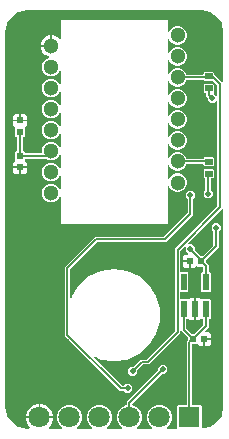
<source format=gbl>
G04 EAGLE Gerber RS-274X export*
G75*
%MOMM*%
%FSLAX34Y34*%
%LPD*%
%INBottom Copper*%
%IPPOS*%
%AMOC8*
5,1,8,0,0,1.08239X$1,22.5*%
G01*
G04 Define Apertures*
%ADD10R,0.629100X0.560000*%
%ADD11R,0.560000X0.629100*%
%ADD12R,0.644000X0.535100*%
%ADD13C,1.300000*%
%ADD14R,0.558800X1.422400*%
%ADD15R,1.800000X1.800000*%
%ADD16C,1.800000*%
%ADD17C,0.200000*%
%ADD18C,0.502400*%
%ADD19C,0.152400*%
G36*
X-71902Y-255940D02*
X-72200Y-256000D01*
X-74250Y-256000D01*
X-74399Y-255985D01*
X-80995Y-254673D01*
X-81270Y-254559D01*
X-86862Y-250823D01*
X-87073Y-250612D01*
X-90809Y-245020D01*
X-90923Y-244745D01*
X-92235Y-238149D01*
X-92250Y-238000D01*
X-92250Y80000D01*
X-92235Y80149D01*
X-90923Y86745D01*
X-90809Y87020D01*
X-87073Y92612D01*
X-86862Y92823D01*
X-81270Y96559D01*
X-80995Y96673D01*
X-74399Y97985D01*
X-74250Y98000D01*
X74250Y98000D01*
X74399Y97985D01*
X80995Y96673D01*
X81270Y96559D01*
X86862Y92823D01*
X87073Y92612D01*
X90809Y87020D01*
X90923Y86745D01*
X92235Y80149D01*
X92250Y80000D01*
X92250Y37800D01*
X92203Y37537D01*
X92044Y37279D01*
X91796Y37103D01*
X91500Y37038D01*
X91202Y37094D01*
X90949Y37261D01*
X84713Y43497D01*
X84550Y43739D01*
X84490Y44036D01*
X84490Y45277D01*
X83746Y46021D01*
X76254Y46021D01*
X75510Y45277D01*
X75510Y44332D01*
X75459Y44057D01*
X75295Y43802D01*
X75045Y43630D01*
X74748Y43570D01*
X61479Y43570D01*
X61199Y43623D01*
X60945Y43789D01*
X60775Y44040D01*
X60087Y45701D01*
X57901Y47887D01*
X55046Y49070D01*
X51954Y49070D01*
X49099Y47887D01*
X46913Y45701D01*
X46551Y44828D01*
X46411Y44607D01*
X46166Y44427D01*
X45871Y44358D01*
X45572Y44408D01*
X45317Y44572D01*
X45145Y44822D01*
X45085Y45119D01*
X45085Y55281D01*
X45130Y55538D01*
X45287Y55798D01*
X45533Y55975D01*
X45829Y56043D01*
X46127Y55989D01*
X46382Y55824D01*
X46551Y55572D01*
X46913Y54699D01*
X49099Y52513D01*
X51954Y51330D01*
X55046Y51330D01*
X57901Y52513D01*
X60087Y54699D01*
X61270Y57554D01*
X61270Y60646D01*
X60087Y63501D01*
X57901Y65687D01*
X55046Y66870D01*
X51954Y66870D01*
X49099Y65687D01*
X46913Y63501D01*
X46551Y62628D01*
X46411Y62407D01*
X46166Y62227D01*
X45871Y62158D01*
X45572Y62208D01*
X45317Y62372D01*
X45145Y62622D01*
X45085Y62919D01*
X45085Y73081D01*
X45130Y73338D01*
X45287Y73598D01*
X45533Y73775D01*
X45829Y73843D01*
X46127Y73789D01*
X46382Y73624D01*
X46551Y73372D01*
X46913Y72499D01*
X49099Y70313D01*
X51954Y69130D01*
X55046Y69130D01*
X57901Y70313D01*
X60087Y72499D01*
X61270Y75354D01*
X61270Y78446D01*
X60087Y81301D01*
X57901Y83487D01*
X55046Y84670D01*
X51954Y84670D01*
X49099Y83487D01*
X46913Y81301D01*
X46551Y80428D01*
X46411Y80207D01*
X46166Y80027D01*
X45871Y79958D01*
X45572Y80008D01*
X45317Y80172D01*
X45145Y80422D01*
X45085Y80719D01*
X45085Y90098D01*
X45076Y90153D01*
X45073Y90154D01*
X45033Y90160D01*
X-45023Y90160D01*
X-45078Y90151D01*
X-45079Y90148D01*
X-45085Y90108D01*
X-45085Y74209D01*
X-45132Y73946D01*
X-45291Y73688D01*
X-45539Y73512D01*
X-45835Y73447D01*
X-46133Y73503D01*
X-46386Y73670D01*
X-48379Y75664D01*
X-51702Y77040D01*
X-52738Y77040D01*
X-52738Y67238D01*
X-62540Y67238D01*
X-62540Y66202D01*
X-61164Y62879D01*
X-58621Y60336D01*
X-55676Y59117D01*
X-55451Y58973D01*
X-55274Y58727D01*
X-55206Y58431D01*
X-55259Y58132D01*
X-55425Y57878D01*
X-55676Y57709D01*
X-57901Y56787D01*
X-60087Y54601D01*
X-61270Y51746D01*
X-61270Y48654D01*
X-60087Y45799D01*
X-57901Y43613D01*
X-55046Y42430D01*
X-51954Y42430D01*
X-49099Y43613D01*
X-46913Y45799D01*
X-46551Y46672D01*
X-46411Y46893D01*
X-46166Y47073D01*
X-45871Y47142D01*
X-45572Y47092D01*
X-45317Y46928D01*
X-45145Y46678D01*
X-45085Y46381D01*
X-45085Y36219D01*
X-45130Y35962D01*
X-45287Y35702D01*
X-45533Y35525D01*
X-45829Y35457D01*
X-46127Y35511D01*
X-46382Y35676D01*
X-46551Y35928D01*
X-46913Y36801D01*
X-49099Y38987D01*
X-51954Y40170D01*
X-55046Y40170D01*
X-57901Y38987D01*
X-60087Y36801D01*
X-61270Y33946D01*
X-61270Y30854D01*
X-60087Y27999D01*
X-57901Y25813D01*
X-55046Y24630D01*
X-51954Y24630D01*
X-49099Y25813D01*
X-46913Y27999D01*
X-46551Y28872D01*
X-46411Y29093D01*
X-46166Y29273D01*
X-45871Y29342D01*
X-45572Y29292D01*
X-45317Y29128D01*
X-45145Y28878D01*
X-45085Y28581D01*
X-45085Y18419D01*
X-45130Y18162D01*
X-45287Y17902D01*
X-45533Y17725D01*
X-45829Y17657D01*
X-46127Y17711D01*
X-46382Y17876D01*
X-46551Y18128D01*
X-46913Y19001D01*
X-49099Y21187D01*
X-51954Y22370D01*
X-55046Y22370D01*
X-57901Y21187D01*
X-60087Y19001D01*
X-61270Y16146D01*
X-61270Y13054D01*
X-60087Y10199D01*
X-57901Y8013D01*
X-55046Y6830D01*
X-51954Y6830D01*
X-49099Y8013D01*
X-46913Y10199D01*
X-46551Y11072D01*
X-46411Y11293D01*
X-46166Y11473D01*
X-45871Y11542D01*
X-45572Y11492D01*
X-45317Y11328D01*
X-45145Y11078D01*
X-45085Y10781D01*
X-45085Y619D01*
X-45130Y362D01*
X-45287Y102D01*
X-45533Y-75D01*
X-45829Y-143D01*
X-46127Y-89D01*
X-46382Y76D01*
X-46551Y328D01*
X-46913Y1201D01*
X-49099Y3387D01*
X-51954Y4570D01*
X-55046Y4570D01*
X-57901Y3387D01*
X-60087Y1201D01*
X-61270Y-1654D01*
X-61270Y-4746D01*
X-60087Y-7601D01*
X-57901Y-9787D01*
X-55046Y-10970D01*
X-51954Y-10970D01*
X-49099Y-9787D01*
X-46913Y-7601D01*
X-46551Y-6728D01*
X-46411Y-6507D01*
X-46166Y-6327D01*
X-45871Y-6258D01*
X-45572Y-6308D01*
X-45317Y-6472D01*
X-45145Y-6722D01*
X-45085Y-7019D01*
X-45085Y-17181D01*
X-45130Y-17438D01*
X-45287Y-17698D01*
X-45533Y-17875D01*
X-45829Y-17943D01*
X-46127Y-17889D01*
X-46382Y-17724D01*
X-46551Y-17472D01*
X-46913Y-16599D01*
X-49099Y-14413D01*
X-51954Y-13230D01*
X-55046Y-13230D01*
X-57901Y-14413D01*
X-60087Y-16599D01*
X-61270Y-19454D01*
X-61270Y-22122D01*
X-61321Y-22397D01*
X-61485Y-22652D01*
X-61735Y-22824D01*
X-62032Y-22884D01*
X-74823Y-22884D01*
X-75097Y-22833D01*
X-75353Y-22669D01*
X-75524Y-22419D01*
X-75585Y-22122D01*
X-75585Y-21828D01*
X-76328Y-21084D01*
X-76968Y-21084D01*
X-77243Y-21033D01*
X-77498Y-20869D01*
X-77670Y-20619D01*
X-77730Y-20322D01*
X-77730Y-9678D01*
X-77679Y-9403D01*
X-77515Y-9148D01*
X-77265Y-8976D01*
X-76968Y-8916D01*
X-76328Y-8916D01*
X-75585Y-8172D01*
X-75585Y-1520D01*
X-75668Y-1437D01*
X-75826Y-1206D01*
X-75891Y-910D01*
X-75835Y-612D01*
X-75668Y-359D01*
X-74315Y994D01*
X-74315Y4084D01*
X-85686Y4084D01*
X-85686Y994D01*
X-84332Y-359D01*
X-84174Y-590D01*
X-84109Y-886D01*
X-84165Y-1184D01*
X-84332Y-1437D01*
X-84416Y-1520D01*
X-84416Y-8172D01*
X-83672Y-8916D01*
X-83032Y-8916D01*
X-82757Y-8967D01*
X-82502Y-9131D01*
X-82330Y-9381D01*
X-82270Y-9678D01*
X-82270Y-20322D01*
X-82321Y-20597D01*
X-82485Y-20852D01*
X-82735Y-21024D01*
X-83032Y-21084D01*
X-83672Y-21084D01*
X-84416Y-21828D01*
X-84416Y-28480D01*
X-84332Y-28563D01*
X-84174Y-28794D01*
X-84109Y-29090D01*
X-84165Y-29388D01*
X-84332Y-29641D01*
X-85686Y-30994D01*
X-85686Y-34084D01*
X-74315Y-34084D01*
X-74315Y-30994D01*
X-75668Y-29641D01*
X-75826Y-29410D01*
X-75891Y-29114D01*
X-75835Y-28816D01*
X-75668Y-28563D01*
X-75585Y-28480D01*
X-75585Y-28186D01*
X-75533Y-27911D01*
X-75370Y-27656D01*
X-75120Y-27484D01*
X-74823Y-27424D01*
X-58380Y-27424D01*
X-58094Y-27480D01*
X-57983Y-27553D01*
X-55046Y-28770D01*
X-51954Y-28770D01*
X-49099Y-27587D01*
X-46913Y-25401D01*
X-46551Y-24528D01*
X-46411Y-24307D01*
X-46166Y-24127D01*
X-45871Y-24058D01*
X-45572Y-24108D01*
X-45317Y-24272D01*
X-45145Y-24522D01*
X-45085Y-24819D01*
X-45085Y-34981D01*
X-45130Y-35238D01*
X-45287Y-35498D01*
X-45533Y-35675D01*
X-45829Y-35743D01*
X-46127Y-35689D01*
X-46382Y-35524D01*
X-46551Y-35272D01*
X-46913Y-34399D01*
X-49099Y-32213D01*
X-51954Y-31030D01*
X-55046Y-31030D01*
X-57901Y-32213D01*
X-60087Y-34399D01*
X-61270Y-37254D01*
X-61270Y-40346D01*
X-60087Y-43201D01*
X-57901Y-45387D01*
X-55046Y-46570D01*
X-51954Y-46570D01*
X-49099Y-45387D01*
X-46913Y-43201D01*
X-46551Y-42328D01*
X-46411Y-42107D01*
X-46166Y-41927D01*
X-45871Y-41858D01*
X-45572Y-41908D01*
X-45317Y-42072D01*
X-45145Y-42322D01*
X-45085Y-42619D01*
X-45085Y-52781D01*
X-45130Y-53038D01*
X-45287Y-53298D01*
X-45533Y-53475D01*
X-45829Y-53543D01*
X-46127Y-53489D01*
X-46382Y-53324D01*
X-46551Y-53072D01*
X-46913Y-52199D01*
X-49099Y-50013D01*
X-51954Y-48830D01*
X-55046Y-48830D01*
X-57901Y-50013D01*
X-60087Y-52199D01*
X-61270Y-55054D01*
X-61270Y-58146D01*
X-60087Y-61001D01*
X-57901Y-63187D01*
X-55046Y-64370D01*
X-51954Y-64370D01*
X-49099Y-63187D01*
X-46913Y-61001D01*
X-46551Y-60128D01*
X-46411Y-59907D01*
X-46166Y-59727D01*
X-45871Y-59658D01*
X-45572Y-59708D01*
X-45317Y-59872D01*
X-45145Y-60122D01*
X-45085Y-60419D01*
X-45085Y-82498D01*
X-45076Y-82553D01*
X-45073Y-82554D01*
X-45033Y-82560D01*
X-44450Y-82560D01*
X-44175Y-82611D01*
X-44133Y-82638D01*
X44127Y-82638D01*
X44153Y-82620D01*
X44450Y-82560D01*
X45023Y-82560D01*
X45078Y-82551D01*
X45079Y-82548D01*
X45085Y-82508D01*
X45085Y-51519D01*
X45130Y-51262D01*
X45287Y-51002D01*
X45533Y-50825D01*
X45829Y-50757D01*
X46127Y-50811D01*
X46382Y-50976D01*
X46551Y-51228D01*
X46913Y-52101D01*
X49099Y-54287D01*
X51954Y-55470D01*
X55046Y-55470D01*
X57901Y-54287D01*
X60087Y-52101D01*
X61270Y-49246D01*
X61270Y-46154D01*
X60087Y-43299D01*
X57901Y-41113D01*
X55046Y-39930D01*
X51954Y-39930D01*
X49099Y-41113D01*
X46913Y-43299D01*
X46551Y-44172D01*
X46411Y-44393D01*
X46166Y-44573D01*
X45871Y-44642D01*
X45572Y-44592D01*
X45317Y-44428D01*
X45145Y-44178D01*
X45085Y-43881D01*
X45085Y-33719D01*
X45130Y-33462D01*
X45287Y-33202D01*
X45533Y-33025D01*
X45829Y-32957D01*
X46127Y-33011D01*
X46382Y-33176D01*
X46551Y-33428D01*
X46913Y-34301D01*
X49099Y-36487D01*
X51954Y-37670D01*
X55046Y-37670D01*
X57901Y-36487D01*
X60087Y-34301D01*
X60775Y-32640D01*
X60932Y-32402D01*
X61182Y-32230D01*
X61479Y-32170D01*
X74748Y-32170D01*
X75023Y-32221D01*
X75278Y-32385D01*
X75450Y-32635D01*
X75510Y-32932D01*
X75510Y-33127D01*
X76254Y-33871D01*
X83746Y-33871D01*
X84490Y-33127D01*
X84490Y-26723D01*
X83746Y-25980D01*
X76254Y-25980D01*
X75510Y-26723D01*
X75510Y-26868D01*
X75459Y-27143D01*
X75295Y-27398D01*
X75045Y-27570D01*
X74748Y-27630D01*
X61479Y-27630D01*
X61199Y-27577D01*
X60945Y-27411D01*
X60775Y-27160D01*
X60087Y-25499D01*
X57901Y-23313D01*
X55046Y-22130D01*
X51954Y-22130D01*
X49099Y-23313D01*
X46913Y-25499D01*
X46551Y-26372D01*
X46411Y-26593D01*
X46166Y-26773D01*
X45871Y-26842D01*
X45572Y-26792D01*
X45317Y-26628D01*
X45145Y-26378D01*
X45085Y-26081D01*
X45085Y-15919D01*
X45130Y-15662D01*
X45287Y-15402D01*
X45533Y-15225D01*
X45829Y-15157D01*
X46127Y-15211D01*
X46382Y-15376D01*
X46551Y-15628D01*
X46913Y-16501D01*
X49099Y-18687D01*
X51954Y-19870D01*
X55046Y-19870D01*
X57901Y-18687D01*
X60087Y-16501D01*
X61270Y-13646D01*
X61270Y-10554D01*
X60087Y-7699D01*
X57901Y-5513D01*
X55046Y-4330D01*
X51954Y-4330D01*
X49099Y-5513D01*
X46913Y-7699D01*
X46551Y-8572D01*
X46411Y-8793D01*
X46166Y-8973D01*
X45871Y-9042D01*
X45572Y-8992D01*
X45317Y-8828D01*
X45145Y-8578D01*
X45085Y-8281D01*
X45085Y1881D01*
X45130Y2138D01*
X45287Y2398D01*
X45533Y2575D01*
X45829Y2643D01*
X46127Y2589D01*
X46382Y2424D01*
X46551Y2172D01*
X46913Y1299D01*
X49099Y-887D01*
X51954Y-2070D01*
X55046Y-2070D01*
X57901Y-887D01*
X60087Y1299D01*
X61270Y4154D01*
X61270Y7246D01*
X60087Y10101D01*
X57901Y12287D01*
X55046Y13470D01*
X51954Y13470D01*
X49099Y12287D01*
X46913Y10101D01*
X46551Y9228D01*
X46411Y9007D01*
X46166Y8827D01*
X45871Y8758D01*
X45572Y8808D01*
X45317Y8972D01*
X45145Y9222D01*
X45085Y9519D01*
X45085Y19681D01*
X45130Y19938D01*
X45287Y20198D01*
X45533Y20375D01*
X45829Y20443D01*
X46127Y20389D01*
X46382Y20224D01*
X46551Y19972D01*
X46913Y19099D01*
X49099Y16913D01*
X51954Y15730D01*
X55046Y15730D01*
X57901Y16913D01*
X60087Y19099D01*
X61270Y21954D01*
X61270Y25046D01*
X60087Y27901D01*
X57901Y30087D01*
X55046Y31270D01*
X51954Y31270D01*
X49099Y30087D01*
X46913Y27901D01*
X46551Y27028D01*
X46411Y26807D01*
X46166Y26627D01*
X45871Y26558D01*
X45572Y26608D01*
X45317Y26772D01*
X45145Y27022D01*
X45085Y27319D01*
X45085Y37481D01*
X45130Y37738D01*
X45287Y37998D01*
X45533Y38175D01*
X45829Y38243D01*
X46127Y38189D01*
X46382Y38024D01*
X46551Y37772D01*
X46913Y36899D01*
X49099Y34713D01*
X51954Y33530D01*
X55046Y33530D01*
X57901Y34713D01*
X60087Y36899D01*
X60775Y38560D01*
X60932Y38798D01*
X61182Y38970D01*
X61479Y39030D01*
X74991Y39030D01*
X75420Y38898D01*
X75565Y38799D01*
X75676Y38708D01*
X76254Y38130D01*
X83345Y38130D01*
X83631Y38074D01*
X83883Y37906D01*
X87007Y34783D01*
X87170Y34541D01*
X87230Y34244D01*
X87230Y26358D01*
X87183Y26095D01*
X87024Y25837D01*
X86776Y25661D01*
X86480Y25596D01*
X86182Y25652D01*
X85929Y25819D01*
X84296Y27452D01*
X84138Y27683D01*
X84073Y27979D01*
X84129Y28277D01*
X84296Y28530D01*
X84490Y28723D01*
X84490Y35127D01*
X83746Y35871D01*
X76254Y35871D01*
X75510Y35127D01*
X75510Y28723D01*
X76254Y27980D01*
X76968Y27980D01*
X77243Y27928D01*
X77498Y27765D01*
X77670Y27515D01*
X77730Y27218D01*
X77730Y25460D01*
X78695Y24495D01*
X78858Y24253D01*
X78918Y23956D01*
X78918Y22133D01*
X81133Y19918D01*
X84267Y19918D01*
X85929Y21581D01*
X86149Y21734D01*
X86444Y21803D01*
X86743Y21753D01*
X86998Y21589D01*
X87170Y21339D01*
X87230Y21042D01*
X87230Y-67244D01*
X87174Y-67530D01*
X87007Y-67783D01*
X51266Y-103524D01*
X51266Y-140240D01*
X51281Y-140255D01*
X51444Y-140497D01*
X51504Y-140794D01*
X51504Y-173233D01*
X51448Y-173519D01*
X51281Y-173772D01*
X27664Y-197389D01*
X27422Y-197552D01*
X27125Y-197612D01*
X22314Y-197612D01*
X16532Y-203395D01*
X16290Y-203558D01*
X15993Y-203618D01*
X13833Y-203618D01*
X11618Y-205833D01*
X11618Y-208967D01*
X13833Y-211182D01*
X16967Y-211182D01*
X19182Y-208967D01*
X19182Y-206807D01*
X19238Y-206521D01*
X19405Y-206269D01*
X23775Y-201899D01*
X24016Y-201736D01*
X24313Y-201676D01*
X29124Y-201676D01*
X55568Y-175232D01*
X55568Y-174264D01*
X55615Y-174001D01*
X55774Y-173743D01*
X56022Y-173567D01*
X56318Y-173502D01*
X56616Y-173558D01*
X56869Y-173725D01*
X62161Y-179017D01*
X62324Y-179259D01*
X62384Y-179556D01*
X62384Y-180644D01*
X62328Y-180930D01*
X62161Y-181183D01*
X61230Y-182114D01*
X61230Y-235508D01*
X61179Y-235783D01*
X61015Y-236038D01*
X60765Y-236210D01*
X60468Y-236270D01*
X53974Y-236270D01*
X53230Y-237014D01*
X53230Y-255238D01*
X53179Y-255513D01*
X53015Y-255768D01*
X52765Y-255940D01*
X52468Y-256000D01*
X45004Y-256000D01*
X44740Y-255953D01*
X44482Y-255794D01*
X44307Y-255546D01*
X44242Y-255250D01*
X44297Y-254952D01*
X44465Y-254699D01*
X46806Y-252358D01*
X48370Y-248583D01*
X48370Y-244497D01*
X46806Y-240723D01*
X43918Y-237834D01*
X40143Y-236270D01*
X36057Y-236270D01*
X32283Y-237834D01*
X29394Y-240723D01*
X27830Y-244497D01*
X27830Y-248583D01*
X29394Y-252358D01*
X31735Y-254699D01*
X31888Y-254919D01*
X31958Y-255214D01*
X31907Y-255513D01*
X31744Y-255768D01*
X31494Y-255940D01*
X31196Y-256000D01*
X19604Y-256000D01*
X19340Y-255953D01*
X19082Y-255794D01*
X18907Y-255546D01*
X18842Y-255250D01*
X18897Y-254952D01*
X19065Y-254699D01*
X21406Y-252358D01*
X22970Y-248583D01*
X22970Y-244497D01*
X21406Y-240723D01*
X18518Y-237834D01*
X15202Y-236460D01*
X14964Y-236304D01*
X14792Y-236054D01*
X14732Y-235756D01*
X14732Y-235694D01*
X14788Y-235408D01*
X14955Y-235155D01*
X40105Y-210005D01*
X40347Y-209842D01*
X40644Y-209782D01*
X42467Y-209782D01*
X44682Y-207567D01*
X44682Y-204433D01*
X42467Y-202218D01*
X39333Y-202218D01*
X37118Y-204433D01*
X37118Y-206256D01*
X37062Y-206542D01*
X36895Y-206795D01*
X10430Y-233260D01*
X10430Y-235140D01*
X10445Y-235155D01*
X10608Y-235397D01*
X10668Y-235694D01*
X10668Y-235756D01*
X10615Y-236037D01*
X10449Y-236291D01*
X10198Y-236460D01*
X6883Y-237834D01*
X3994Y-240723D01*
X2430Y-244497D01*
X2430Y-248583D01*
X3994Y-252358D01*
X6335Y-254699D01*
X6488Y-254919D01*
X6558Y-255214D01*
X6507Y-255513D01*
X6344Y-255768D01*
X6094Y-255940D01*
X5796Y-256000D01*
X-5796Y-256000D01*
X-6060Y-255953D01*
X-6318Y-255794D01*
X-6493Y-255546D01*
X-6558Y-255250D01*
X-6503Y-254952D01*
X-6335Y-254699D01*
X-3994Y-252358D01*
X-2430Y-248583D01*
X-2430Y-244497D01*
X-3994Y-240723D01*
X-6883Y-237834D01*
X-10657Y-236270D01*
X-14743Y-236270D01*
X-18518Y-237834D01*
X-21406Y-240723D01*
X-22970Y-244497D01*
X-22970Y-248583D01*
X-21406Y-252358D01*
X-19065Y-254699D01*
X-18912Y-254919D01*
X-18842Y-255214D01*
X-18893Y-255513D01*
X-19056Y-255768D01*
X-19306Y-255940D01*
X-19604Y-256000D01*
X-31196Y-256000D01*
X-31460Y-255953D01*
X-31718Y-255794D01*
X-31893Y-255546D01*
X-31958Y-255250D01*
X-31903Y-254952D01*
X-31735Y-254699D01*
X-29394Y-252358D01*
X-27830Y-248583D01*
X-27830Y-244497D01*
X-29394Y-240723D01*
X-32283Y-237834D01*
X-36057Y-236270D01*
X-40143Y-236270D01*
X-43918Y-237834D01*
X-46806Y-240723D01*
X-48370Y-244497D01*
X-48370Y-248583D01*
X-46806Y-252358D01*
X-44465Y-254699D01*
X-44312Y-254919D01*
X-44242Y-255214D01*
X-44293Y-255513D01*
X-44456Y-255768D01*
X-44706Y-255940D01*
X-45004Y-256000D01*
X-54800Y-256000D01*
X-55064Y-255953D01*
X-55322Y-255794D01*
X-55497Y-255546D01*
X-55562Y-255250D01*
X-55507Y-254952D01*
X-55339Y-254699D01*
X-53717Y-253077D01*
X-51960Y-248835D01*
X-51960Y-247302D01*
X-75040Y-247302D01*
X-75040Y-248835D01*
X-73283Y-253077D01*
X-71661Y-254699D01*
X-71508Y-254919D01*
X-71438Y-255214D01*
X-71489Y-255513D01*
X-71652Y-255768D01*
X-71902Y-255940D01*
G37*
%LPC*%
G36*
X-62540Y68762D02*
X-54262Y68762D01*
X-54262Y77040D01*
X-55298Y77040D01*
X-58621Y75664D01*
X-61164Y73121D01*
X-62540Y69798D01*
X-62540Y68762D01*
G37*
G36*
X-85686Y5608D02*
X-80762Y5608D01*
X-80762Y10186D01*
X-84198Y10186D01*
X-85686Y8698D01*
X-85686Y5608D01*
G37*
G36*
X-79238Y5608D02*
X-74315Y5608D01*
X-74315Y8698D01*
X-75802Y10186D01*
X-79238Y10186D01*
X-79238Y5608D01*
G37*
G36*
X-79238Y-40186D02*
X-75802Y-40186D01*
X-74315Y-38698D01*
X-74315Y-35608D01*
X-79238Y-35608D01*
X-79238Y-40186D01*
G37*
G36*
X-84198Y-40186D02*
X-80762Y-40186D01*
X-80762Y-35608D01*
X-85686Y-35608D01*
X-85686Y-38698D01*
X-84198Y-40186D01*
G37*
G36*
X77733Y-60982D02*
X80867Y-60982D01*
X83082Y-58767D01*
X83082Y-55633D01*
X81793Y-54345D01*
X81630Y-54103D01*
X81570Y-53806D01*
X81570Y-44783D01*
X81621Y-44508D01*
X81785Y-44252D01*
X82035Y-44081D01*
X82332Y-44021D01*
X83746Y-44021D01*
X84490Y-43277D01*
X84490Y-36873D01*
X83746Y-36130D01*
X76254Y-36130D01*
X75510Y-36873D01*
X75510Y-43277D01*
X76254Y-44021D01*
X76268Y-44021D01*
X76543Y-44072D01*
X76798Y-44235D01*
X76970Y-44485D01*
X77030Y-44783D01*
X77030Y-53806D01*
X76974Y-54092D01*
X76807Y-54345D01*
X75518Y-55633D01*
X75518Y-58767D01*
X77733Y-60982D01*
G37*
G36*
X9833Y-225582D02*
X12967Y-225582D01*
X15182Y-223367D01*
X15182Y-220233D01*
X12967Y-218018D01*
X9833Y-218018D01*
X8307Y-219545D01*
X8065Y-219708D01*
X7768Y-219768D01*
X6725Y-219768D01*
X6439Y-219712D01*
X6187Y-219545D01*
X-16791Y-196567D01*
X-16953Y-196328D01*
X-17014Y-196032D01*
X-16955Y-195734D01*
X-16785Y-195483D01*
X-16530Y-195319D01*
X-16231Y-195267D01*
X-15936Y-195335D01*
X-11033Y-197574D01*
X0Y-199161D01*
X11033Y-197574D01*
X21172Y-192944D01*
X29596Y-185645D01*
X35622Y-176268D01*
X38762Y-165573D01*
X38762Y-154427D01*
X35622Y-143732D01*
X29596Y-134355D01*
X21172Y-127056D01*
X11033Y-122426D01*
X0Y-120839D01*
X-11033Y-122426D01*
X-21172Y-127056D01*
X-29596Y-134355D01*
X-35622Y-143732D01*
X-35999Y-145017D01*
X-36166Y-145314D01*
X-36411Y-145494D01*
X-36706Y-145563D01*
X-37005Y-145513D01*
X-37260Y-145349D01*
X-37432Y-145099D01*
X-37492Y-144802D01*
X-37492Y-121318D01*
X-37436Y-121032D01*
X-37269Y-120779D01*
X-14783Y-98293D01*
X-14541Y-98130D01*
X-14244Y-98070D01*
X44040Y-98070D01*
X66670Y-75440D01*
X66670Y-61794D01*
X66726Y-61508D01*
X66893Y-61255D01*
X68182Y-59967D01*
X68182Y-56833D01*
X65967Y-54618D01*
X62833Y-54618D01*
X60618Y-56833D01*
X60618Y-59967D01*
X61907Y-61255D01*
X62070Y-61497D01*
X62130Y-61794D01*
X62130Y-73244D01*
X62074Y-73530D01*
X61907Y-73783D01*
X42383Y-93307D01*
X42141Y-93470D01*
X41844Y-93530D01*
X-16440Y-93530D01*
X-42032Y-119122D01*
X-42032Y-177410D01*
X-39040Y-180402D01*
X-39019Y-180402D01*
X-38733Y-180458D01*
X-38481Y-180625D01*
X4726Y-223832D01*
X7768Y-223832D01*
X8054Y-223888D01*
X8307Y-224055D01*
X9833Y-225582D01*
G37*
G36*
X-75040Y-245778D02*
X-64262Y-245778D01*
X-64262Y-235000D01*
X-65795Y-235000D01*
X-70037Y-236757D01*
X-73283Y-240003D01*
X-75040Y-244245D01*
X-75040Y-245778D01*
G37*
G36*
X-62738Y-245778D02*
X-51960Y-245778D01*
X-51960Y-244245D01*
X-53717Y-240003D01*
X-56963Y-236757D01*
X-61205Y-235000D01*
X-62738Y-235000D01*
X-62738Y-245778D01*
G37*
%LPD*%
G36*
X80995Y-254673D02*
X74681Y-255929D01*
X74257Y-255893D01*
X74002Y-255729D01*
X73830Y-255479D01*
X73770Y-255182D01*
X73770Y-237014D01*
X73026Y-236270D01*
X66532Y-236270D01*
X66257Y-236219D01*
X66002Y-236055D01*
X65830Y-235805D01*
X65770Y-235508D01*
X65770Y-185278D01*
X65821Y-185003D01*
X65985Y-184747D01*
X66235Y-184576D01*
X66532Y-184516D01*
X69780Y-184516D01*
X69863Y-184432D01*
X70094Y-184274D01*
X70390Y-184209D01*
X70688Y-184265D01*
X70941Y-184432D01*
X72294Y-185786D01*
X75384Y-185786D01*
X75384Y-179338D01*
X81486Y-179338D01*
X81486Y-175902D01*
X79998Y-174415D01*
X77189Y-174415D01*
X76926Y-174368D01*
X76668Y-174208D01*
X76493Y-173961D01*
X76428Y-173665D01*
X76483Y-173367D01*
X76651Y-173114D01*
X79870Y-169894D01*
X79870Y-163888D01*
X79921Y-163613D01*
X80085Y-163358D01*
X80335Y-163186D01*
X80632Y-163126D01*
X80920Y-163126D01*
X81664Y-162382D01*
X81664Y-147106D01*
X80920Y-146362D01*
X74277Y-146362D01*
X74056Y-146513D01*
X73760Y-146578D01*
X73462Y-146523D01*
X73209Y-146355D01*
X71946Y-145092D01*
X68862Y-145092D01*
X68862Y-164396D01*
X71946Y-164396D01*
X73209Y-163133D01*
X73440Y-162975D01*
X73736Y-162910D01*
X74034Y-162965D01*
X74276Y-163126D01*
X74568Y-163126D01*
X74843Y-163177D01*
X75098Y-163341D01*
X75270Y-163591D01*
X75330Y-163888D01*
X75330Y-167698D01*
X75274Y-167984D01*
X75107Y-168237D01*
X67882Y-175461D01*
X67641Y-175624D01*
X67344Y-175685D01*
X65564Y-175685D01*
X65278Y-175629D01*
X65026Y-175461D01*
X61093Y-171529D01*
X60930Y-171287D01*
X60870Y-170990D01*
X60870Y-163888D01*
X60921Y-163613D01*
X61085Y-163358D01*
X61335Y-163186D01*
X61632Y-163126D01*
X61923Y-163126D01*
X62144Y-162975D01*
X62440Y-162910D01*
X62738Y-162965D01*
X62991Y-163133D01*
X64254Y-164396D01*
X67338Y-164396D01*
X67338Y-145092D01*
X64254Y-145092D01*
X62991Y-146355D01*
X62760Y-146513D01*
X62464Y-146578D01*
X62166Y-146523D01*
X61924Y-146362D01*
X56330Y-146362D01*
X56055Y-146311D01*
X55800Y-146147D01*
X55628Y-145897D01*
X55568Y-145600D01*
X55568Y-141000D01*
X55619Y-140725D01*
X55783Y-140470D01*
X56033Y-140298D01*
X56330Y-140238D01*
X61920Y-140238D01*
X62664Y-139494D01*
X62664Y-124218D01*
X61920Y-123474D01*
X56568Y-123474D01*
X56293Y-123423D01*
X56038Y-123259D01*
X55866Y-123009D01*
X55806Y-122712D01*
X55806Y-105720D01*
X55862Y-105434D01*
X56029Y-105181D01*
X59017Y-102193D01*
X59237Y-102040D01*
X59532Y-101970D01*
X59831Y-102021D01*
X60086Y-102185D01*
X60258Y-102435D01*
X60318Y-102732D01*
X60318Y-105267D01*
X62465Y-107414D01*
X62618Y-107633D01*
X62688Y-107928D01*
X62637Y-108227D01*
X62474Y-108483D01*
X62224Y-108654D01*
X61926Y-108715D01*
X59902Y-108715D01*
X58414Y-110202D01*
X58414Y-113638D01*
X64516Y-113638D01*
X64516Y-120086D01*
X67606Y-120086D01*
X68959Y-118732D01*
X69190Y-118574D01*
X69486Y-118509D01*
X69784Y-118565D01*
X70037Y-118732D01*
X70120Y-118816D01*
X74336Y-118816D01*
X74622Y-118871D01*
X74874Y-119039D01*
X75107Y-119271D01*
X75270Y-119513D01*
X75330Y-119810D01*
X75330Y-122712D01*
X75279Y-122987D01*
X75115Y-123242D01*
X74865Y-123414D01*
X74568Y-123474D01*
X74280Y-123474D01*
X73536Y-124218D01*
X73536Y-139494D01*
X74280Y-140238D01*
X80920Y-140238D01*
X81664Y-139494D01*
X81664Y-124218D01*
X80920Y-123474D01*
X80632Y-123474D01*
X80357Y-123423D01*
X80102Y-123259D01*
X79930Y-123009D01*
X79870Y-122712D01*
X79870Y-117614D01*
X77739Y-115483D01*
X77576Y-115241D01*
X77516Y-114944D01*
X77516Y-113856D01*
X77572Y-113570D01*
X77739Y-113317D01*
X88370Y-102686D01*
X88370Y-89394D01*
X88426Y-89108D01*
X88593Y-88855D01*
X89882Y-87567D01*
X89882Y-84433D01*
X87667Y-82218D01*
X84533Y-82218D01*
X82318Y-84433D01*
X82318Y-87567D01*
X83607Y-88855D01*
X83770Y-89097D01*
X83830Y-89394D01*
X83830Y-100490D01*
X83774Y-100776D01*
X83607Y-101029D01*
X74874Y-109761D01*
X74633Y-109924D01*
X74336Y-109985D01*
X73910Y-109985D01*
X73624Y-109929D01*
X73372Y-109761D01*
X68105Y-104495D01*
X67942Y-104253D01*
X67882Y-103956D01*
X67882Y-102133D01*
X65667Y-99918D01*
X63132Y-99918D01*
X62869Y-99871D01*
X62611Y-99712D01*
X62435Y-99464D01*
X62370Y-99168D01*
X62426Y-98870D01*
X62593Y-98617D01*
X90949Y-70261D01*
X91169Y-70108D01*
X91464Y-70038D01*
X91763Y-70089D01*
X92018Y-70253D01*
X92190Y-70503D01*
X92250Y-70800D01*
X92250Y-238000D01*
X92235Y-238149D01*
X90923Y-244745D01*
X90809Y-245020D01*
X87073Y-250612D01*
X86862Y-250823D01*
X81270Y-254559D01*
X80995Y-254673D01*
G37*
%LPC*%
G36*
X59902Y-120086D02*
X62992Y-120086D01*
X62992Y-115162D01*
X58414Y-115162D01*
X58414Y-118598D01*
X59902Y-120086D01*
G37*
G36*
X76908Y-185786D02*
X79998Y-185786D01*
X81486Y-184298D01*
X81486Y-180862D01*
X76908Y-180862D01*
X76908Y-185786D01*
G37*
%LPD*%
D10*
X-80000Y-4846D03*
X-80000Y4846D03*
X-80000Y-25154D03*
X-80000Y-34846D03*
D11*
X66454Y-180100D03*
X76146Y-180100D03*
X73446Y-114400D03*
X63754Y-114400D03*
D12*
X80000Y-29925D03*
X80000Y-40075D03*
X80000Y42075D03*
X80000Y31925D03*
D13*
X-53500Y-56600D03*
X-53500Y-38800D03*
X-53500Y-21000D03*
X-53500Y-3200D03*
X-53500Y14600D03*
X-53500Y32400D03*
X-53500Y50200D03*
X-53500Y68000D03*
X53500Y76900D03*
X53500Y59100D03*
X53500Y41300D03*
X53500Y23500D03*
X53500Y5700D03*
X53500Y-12100D03*
X53500Y-29900D03*
X53500Y-47700D03*
D14*
X77600Y-154744D03*
X68100Y-154744D03*
X58600Y-154744D03*
X58600Y-131856D03*
X77600Y-131856D03*
D15*
X63500Y-246540D03*
D16*
X38100Y-246540D03*
X12700Y-246540D03*
X-12700Y-246540D03*
X-38100Y-246540D03*
X-63500Y-246540D03*
D17*
X63500Y-246540D02*
X63500Y-183054D01*
X66454Y-180100D01*
X58600Y-172246D01*
X58600Y-154744D01*
X77600Y-168954D02*
X66454Y-180100D01*
X77600Y-168954D02*
X77600Y-154744D01*
D18*
X82700Y23700D03*
D17*
X80000Y26400D01*
X80000Y31925D01*
X77600Y-118554D02*
X77600Y-131856D01*
X77600Y-118554D02*
X73573Y-114527D01*
X73446Y-114400D01*
X86100Y-101746D01*
X86100Y-86000D01*
D18*
X86100Y-86000D03*
X79300Y-57200D03*
D17*
X79300Y-40775D01*
X80000Y-40075D01*
D18*
X64100Y-103700D03*
D17*
X73573Y-113173D01*
X73573Y-114527D01*
D18*
X77200Y-211500D03*
X-80100Y-99900D03*
X-48000Y-197700D03*
X-47700Y-147500D03*
X-77800Y-166400D03*
X-30100Y-197100D03*
X33900Y-225500D03*
X-20100Y-219800D03*
X26400Y-195100D03*
X42500Y-136300D03*
X-28100Y-120200D03*
X-46800Y-113100D03*
X-50500Y-97300D03*
X-69500Y-35300D03*
X-41900Y-90400D03*
X37600Y-88900D03*
X53100Y-64600D03*
X85300Y-243000D03*
X87900Y-230400D03*
D17*
X-80000Y-25154D02*
X-80000Y-4846D01*
X-57654Y-25154D02*
X-53500Y-21000D01*
X-57654Y-25154D02*
X-80000Y-25154D01*
X53500Y-29900D02*
X79975Y-29900D01*
X80000Y-29925D01*
X75925Y41300D02*
X53500Y41300D01*
X75925Y41300D02*
X80000Y42075D01*
X53536Y-104464D02*
X53536Y-139300D01*
X89500Y-68500D02*
X89500Y35500D01*
X82925Y42075D01*
X80000Y42075D01*
X89500Y-68500D02*
X53536Y-104464D01*
D18*
X15400Y-207400D03*
D19*
X23156Y-199644D01*
X28282Y-199644D01*
X53536Y-174390D01*
X53536Y-139300D01*
D17*
X-38100Y-178132D02*
X-39762Y-176470D01*
X-39762Y-120062D01*
X-22200Y-102500D01*
X-15500Y-95800D01*
X43100Y-95800D01*
X64400Y-74500D01*
X64400Y-58400D01*
D18*
X64400Y-58400D03*
D19*
X-38100Y-178132D02*
X5568Y-221800D01*
X11400Y-221800D01*
D18*
X11400Y-221800D03*
X40900Y-206000D03*
D17*
X12700Y-234200D01*
D19*
X12700Y-246540D01*
M02*

</source>
